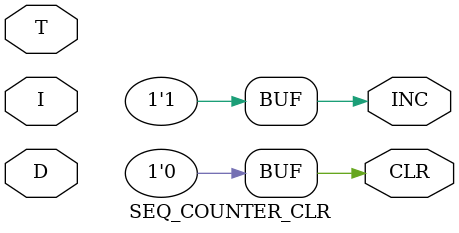
<source format=v>
`timescale 1ns / 1ps


module SEQ_COUNTER_CLR(CLR, INC, T, D, I);

	input [7:0] T, D;
	input I;
	
	output CLR, INC;
	
	wire D43, D43T4, D7T3, D0125, D0125T5;
	wire ICOM = ~I;
	wire r = D[7] & ICOM & T[3];
	
	assign D43 = D[4] | D[3];
	assign D43T4 = D43 & T[4];
	assign D7T3 = D[7] & T[3];
	assign D0125 = D[2] | D[1] | D[0] | D[5];
	assign D0125T5 = D0125 & T[5];
	
//	assign CLR = D43 | D43T4 | D7T3 | D0125 | D0125T5 ;
	assign CLR = 0 ;

	assign INC = (~CLR);
	
endmodule

</source>
